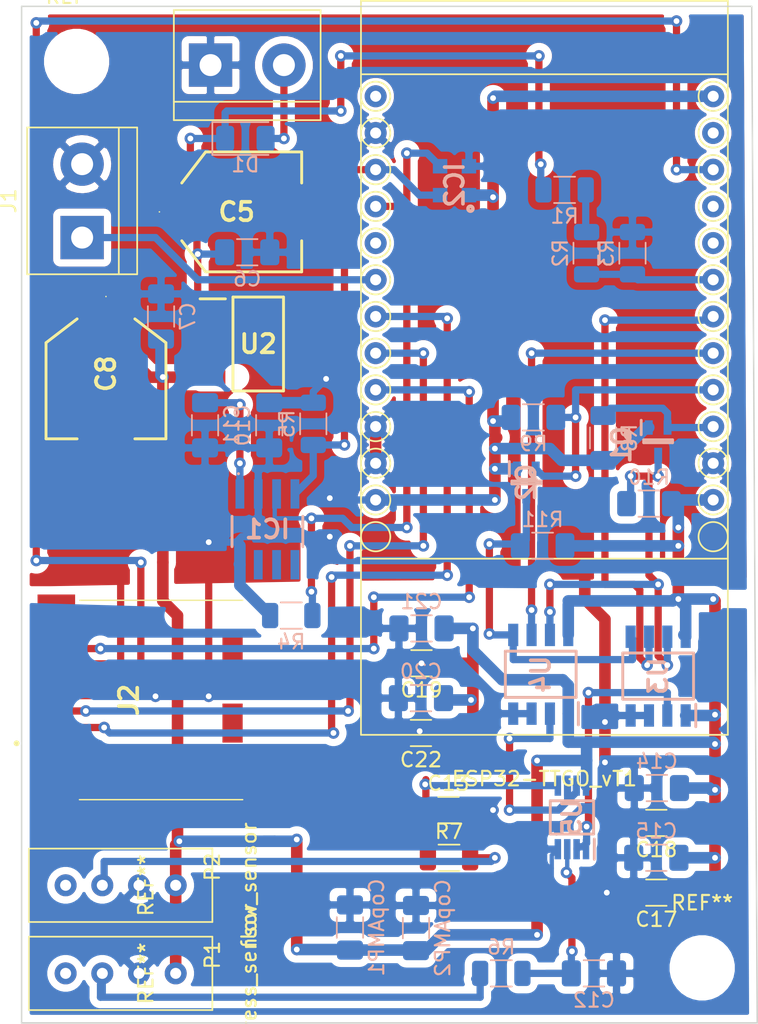
<source format=kicad_pcb>
(kicad_pcb (version 20171130) (host pcbnew "(5.1.12)-1")
  (layers (0 F.Cu signal) (31 B.Cu signal) (34 B.Paste user hide) (35 F.Paste user hide) (36 B.SilkS user hide) (37 F.SilkS user hide) (38 B.Mask user hide) (39 F.Mask user hide) (44 Edge.Cuts user))
  (net 0 "")
  (net 1 GND)
  (net 2 "Net-(C5-Pad1)")
  (net 3 5V)
  (net 4 "Net-(C11-Pad2)")
  (net 5 "Net-(C12-Pad1)")
  (net 6 "Net-(C13-Pad1)")
  (net 7 "Net-(IC1-Pad7)")
  (net 8 "Net-(IC1-Pad6)")
  (net 9 "Net-(IC1-Pad5)")
  (net 10 I2C_SENS_D)
  (net 11 I2C_SENS_CLK)
  (net 12 PWM_MOTOR_OUT)
  (net 13 "Net-(R1-Pad2)")
  (net 14 BATTERY_LVL)
  (net 15 SPI_SENS_CLK)
  (net 16 SPI_SENS_CS)
  (net 17 3.3V)
  (net 18 SPI_ESP32_CS)
  (net 19 SPI_ESP32_CLK)
  (net 20 SPI_SENS_D2)
  (net 21 "Net-(U3-Pad2)")
  (net 22 SPI_SENS_D1)
  (net 23 "Net-(U4-Pad2)")
  (net 24 "Net-(ESP32-TTGO_vT1-Pad17)")
  (net 25 "Net-(ESP32-TTGO_vT1-Pad36)")
  (net 26 "Net-(ESP32-TTGO_vT1-Pad38)")
  (net 27 "Net-(ESP32-TTGO_vT1-Pad39)")
  (net 28 "Net-(P1-Pad2)")
  (net 29 "Net-(P1-Pad1)")
  (net 30 "Net-(P2-Pad2)")
  (net 31 "Net-(P2-Pad1)")
  (net 32 "Net-(D1-Pad2)")
  (net 33 SD_CS)
  (net 34 SD_MOSI)
  (net 35 SD_MISO)
  (net 36 SD_CLK)
  (net 37 "Net-(J2-PadMP5)")
  (net 38 "Net-(J2-PadMP4)")
  (net 39 "Net-(J2-PadMP3)")
  (net 40 "Net-(J2-PadMP2)")
  (net 41 "Net-(J2-PadMP1)")
  (net 42 "Net-(J2-Pad8)")
  (net 43 "Net-(J2-Pad1)")
  (module SamacSys_Parts:DM3CSSF (layer F.Cu) (at 141.859 89.281 270)
    (fp_text reference J2 (at 0 0.825 90) (layer F.SilkS) (effects (font (size 1.27 1.27) (thickness 0.254))))
    (fp_text value DM3CS-SF hide)
    (pad MP5 smd rect (at 4.65 -6.45) (size 1.2 1.2) (layers F.Cu F.Paste F.Mask) (net 37 "Net-(J2-PadMP5)"))
    (pad MP4 smd rect (at 1.6 -6.35) (size 1.4 2.7) (layers F.Cu F.Paste F.Mask) (net 38 "Net-(J2-PadMP4)"))
    (pad MP3 smd rect (at -3.3 -6.35) (size 1.4 2.7) (layers F.Cu F.Paste F.Mask) (net 39 "Net-(J2-PadMP3)"))
    (pad MP2 smd rect (at 6.55 5.85 270) (size 1.5 2.6) (layers F.Cu F.Paste F.Mask) (net 40 "Net-(J2-PadMP2)"))
    (pad MP1 smd rect (at -6.8 5.85 270) (size 1 2.6) (layers F.Cu F.Paste F.Mask) (net 41 "Net-(J2-PadMP1)"))
    (pad 8 smd rect (at -4.7 6.35 270) (size 0.7 2) (layers F.Cu F.Paste F.Mask) (net 42 "Net-(J2-Pad8)"))
    (pad 7 smd rect (at -3.6 6.35 270) (size 0.7 2) (layers F.Cu F.Paste F.Mask) (net 35 SD_MISO))
    (pad 6 smd rect (at -2.5 6.35 270) (size 0.7 2) (layers F.Cu F.Paste F.Mask) (net 1 GND))
    (pad 5 smd rect (at -1.4 6.35 270) (size 0.7 2) (layers F.Cu F.Paste F.Mask) (net 36 SD_CLK))
    (pad 4 smd rect (at -0.3 6.35 270) (size 0.7 2) (layers F.Cu F.Paste F.Mask) (net 17 3.3V))
    (pad 3 smd rect (at 0.8 6.35 270) (size 0.7 2) (layers F.Cu F.Paste F.Mask) (net 34 SD_MOSI))
    (pad 2 smd rect (at 1.9 6.35 270) (size 0.7 2) (layers F.Cu F.Paste F.Mask) (net 33 SD_CS))
    (pad 1 smd rect (at 3 6.35 270) (size 0.7 2) (layers F.Cu F.Paste F.Mask) (net 43 "Net-(J2-Pad1)"))
  )
  (module SamacSys_Parts:SOT230P700X180-4N (layer F.Cu) (at 149.987 64.643)
    (fp_text reference U2 (at 0 0) (layer F.SilkS) (effects (font (size 1.27 1.27) (thickness 0.254))))
    (fp_text value LM7805_TO220 hide)
    (pad 4 smd rect (at 3.15 0) (size 1.75 3.2) (layers F.Cu F.Paste F.Mask))
    (pad 3 smd rect (at -3.15 2.3 90) (size 0.95 1.75) (layers F.Cu F.Paste F.Mask) (net 3 5V))
    (pad 2 smd rect (at -3.15 0 90) (size 0.95 1.75) (layers F.Cu F.Paste F.Mask) (net 1 GND))
    (pad 1 smd rect (at -3.15 -2.3 90) (size 0.95 1.75) (layers F.Cu F.Paste F.Mask) (net 2 "Net-(C5-Pad1)"))
  )
  (module SamacSys_Parts:HIH6131021001 (layer B.Cu) (at 150.622 77.47)
    (fp_text reference IC1 (at 0 0) (layer B.SilkS) (effects (font (size 1.27 1.27) (thickness 0.254)) (justify mirror)))
    (fp_text value HIH6131-021-001 hide)
    (pad 8 smd rect (at -1.905 2.45) (size 0.61 2.03) (layers B.Cu B.Paste B.Mask) (net 17 3.3V))
    (pad 7 smd rect (at -0.635 2.45) (size 0.61 2.03) (layers B.Cu B.Paste B.Mask) (net 7 "Net-(IC1-Pad7)"))
    (pad 6 smd rect (at 0.635 2.45) (size 0.61 2.03) (layers B.Cu B.Paste B.Mask) (net 8 "Net-(IC1-Pad6)"))
    (pad 5 smd rect (at 1.905 2.45) (size 0.61 2.03) (layers B.Cu B.Paste B.Mask) (net 9 "Net-(IC1-Pad5)"))
    (pad 4 smd rect (at 1.905 -2.45) (size 0.61 2.03) (layers B.Cu B.Paste B.Mask) (net 10 I2C_SENS_D))
    (pad 3 smd rect (at 0.635 -2.45) (size 0.61 2.03) (layers B.Cu B.Paste B.Mask) (net 11 I2C_SENS_CLK))
    (pad 2 smd rect (at -0.635 -2.45) (size 0.61 2.03) (layers B.Cu B.Paste B.Mask) (net 1 GND))
    (pad 1 smd rect (at -1.905 -2.45) (size 0.61 2.03) (layers B.Cu B.Paste B.Mask) (net 4 "Net-(C11-Pad2)"))
  )
  (module SamacSys_Parts:MS5637_1 (layer B.Cu) (at 163.576 53.34 90)
    (fp_text reference IC2 (at -0.29737 0.00763 90) (layer B.SilkS) (effects (font (size 1.27 1.27) (thickness 0.254)) (justify mirror)))
    (fp_text value MS563702BA03-50 hide)
    (pad 4 smd rect (at 1 1) (size 1 1) (layers B.Cu B.Paste B.Mask) (net 1 GND))
    (pad 3 smd rect (at 1 -1) (size 1 1) (layers B.Cu B.Paste B.Mask) (net 11 I2C_SENS_CLK))
    (pad 2 smd rect (at -1 -1) (size 1 1) (layers B.Cu B.Paste B.Mask) (net 10 I2C_SENS_D))
    (pad 1 smd rect (at -1 1) (size 1 1) (layers B.Cu B.Paste B.Mask) (net 17 3.3V))
  )
  (module TTGO-ESP32-KICAD:ESP32-TTGO_vT (layer F.Cu) (at 169.799 94.234)
    (fp_text reference ESP32-TTGO_vT1 (at 0 0.5) (layer F.SilkS))
    (fp_text value TTGO-ESP32)
    (pad 25 thru_hole circle (at 11.684 -28.956) (size 1.524 1.524) (drill 0.762) (layers *.Cu *.Mask) (net 22 SPI_SENS_D1))
    (pad 43 thru_hole circle (at -11.684 -46.736) (size 1.524 1.524) (drill 0.762) (layers *.Cu *.Mask))
    (pad 0 thru_hole circle (at -11.684 -44.196) (size 1.524 1.524) (drill 0.762) (layers *.Cu *.Mask) (net 1 GND))
    (pad 21 thru_hole circle (at -11.684 -41.656) (size 1.524 1.524) (drill 0.762) (layers *.Cu *.Mask) (net 10 I2C_SENS_D))
    (pad 22 thru_hole circle (at -11.684 -39.116) (size 1.524 1.524) (drill 0.762) (layers *.Cu *.Mask) (net 11 I2C_SENS_CLK))
    (pad 17 thru_hole circle (at -11.684 -36.576) (size 1.524 1.524) (drill 0.762) (layers *.Cu *.Mask) (net 24 "Net-(ESP32-TTGO_vT1-Pad17)"))
    (pad 2 thru_hole circle (at -11.684 -34.036) (size 1.524 1.524) (drill 0.762) (layers *.Cu *.Mask) (net 12 PWM_MOTOR_OUT))
    (pad 15 thru_hole circle (at -11.684 -31.496) (size 1.524 1.524) (drill 0.762) (layers *.Cu *.Mask) (net 33 SD_CS))
    (pad 13 thru_hole circle (at -11.684 -28.956) (size 1.524 1.524) (drill 0.762) (layers *.Cu *.Mask) (net 34 SD_MOSI))
    (pad 12 thru_hole circle (at -11.684 -26.416) (size 1.524 1.524) (drill 0.762) (layers *.Cu *.Mask) (net 35 SD_MISO))
    (pad 0 thru_hole circle (at -11.684 -23.876) (size 1.524 1.524) (drill 0.762) (layers *.Cu *.Mask) (net 1 GND))
    (pad 0 thru_hole circle (at -11.684 -21.336) (size 1.524 1.524) (drill 0.762) (layers *.Cu *.Mask) (net 1 GND))
    (pad 50 thru_hole circle (at -11.684 -18.796) (size 1.524 1.524) (drill 0.762) (layers *.Cu *.Mask) (net 17 3.3V))
    (pad 50 thru_hole circle (at 11.684 -46.736) (size 1.524 1.524) (drill 0.762) (layers *.Cu *.Mask) (net 17 3.3V))
    (pad 36 thru_hole circle (at 11.684 -44.196) (size 1.524 1.524) (drill 0.762) (layers *.Cu *.Mask) (net 25 "Net-(ESP32-TTGO_vT1-Pad36)"))
    (pad 37 thru_hole circle (at 11.684 -41.656) (size 1.524 1.524) (drill 0.762) (layers *.Cu *.Mask) (net 36 SD_CLK))
    (pad 38 thru_hole circle (at 11.684 -39.116) (size 1.524 1.524) (drill 0.762) (layers *.Cu *.Mask) (net 26 "Net-(ESP32-TTGO_vT1-Pad38)"))
    (pad 39 thru_hole circle (at 11.684 -36.576) (size 1.524 1.524) (drill 0.762) (layers *.Cu *.Mask) (net 27 "Net-(ESP32-TTGO_vT1-Pad39)"))
    (pad 32 thru_hole circle (at 11.684 -34.036) (size 1.524 1.524) (drill 0.762) (layers *.Cu *.Mask) (net 14 BATTERY_LVL))
    (pad 33 thru_hole circle (at 11.684 -31.496) (size 1.524 1.524) (drill 0.762) (layers *.Cu *.Mask) (net 20 SPI_SENS_D2))
    (pad 26 thru_hole circle (at 11.684 -26.416) (size 1.524 1.524) (drill 0.762) (layers *.Cu *.Mask) (net 18 SPI_ESP32_CS))
    (pad 27 thru_hole circle (at 11.684 -23.876) (size 1.524 1.524) (drill 0.762) (layers *.Cu *.Mask) (net 19 SPI_ESP32_CLK))
    (pad 0 thru_hole circle (at 11.684 -21.336) (size 1.524 1.524) (drill 0.762) (layers *.Cu *.Mask) (net 1 GND))
    (pad 100 thru_hole circle (at 11.684 -18.796) (size 1.524 1.524) (drill 0.762) (layers *.Cu *.Mask) (net 3 5V))
  )
  (module MountingHole:MountingHole_3.5mm (layer F.Cu) (at 137.414 45.085)
    (fp_text reference REF** (at 0 -4.5) (layer F.SilkS))
    (fp_text value MountingHole_3.5mm)
    (pad 1 np_thru_hole circle (at 0 0) (size 3.5 3.5) (drill 3.5) (layers *.Cu *.Mask))
  )
  (module MountingHole:MountingHole_3.5mm (layer F.Cu) (at 180.721 107.823)
    (fp_text reference REF** (at 0 -4.5) (layer F.SilkS))
    (fp_text value MountingHole_3.5mm)
    (pad 1 np_thru_hole circle (at 0 0) (size 3.5 3.5) (drill 3.5) (layers *.Cu *.Mask))
  )
  (module SamacSys_Parts:SOP65P490X110-8N (layer B.Cu) (at 171.704 97.409 90)
    (fp_text reference U5 (at 0 0 270) (layer B.SilkS) (effects (font (size 1.27 1.27) (thickness 0.254)) (justify mirror)))
    (fp_text value MCP602 hide)
    (pad 8 smd rect (at 2.2 0.975) (size 0.45 1.4) (layers B.Cu B.Paste B.Mask) (net 3 5V))
    (pad 7 smd rect (at 2.2 0.325) (size 0.45 1.4) (layers B.Cu B.Paste B.Mask) (net 23 "Net-(U4-Pad2)"))
    (pad 6 smd rect (at 2.2 -0.325) (size 0.45 1.4) (layers B.Cu B.Paste B.Mask) (net 23 "Net-(U4-Pad2)"))
    (pad 5 smd rect (at 2.2 -0.975) (size 0.45 1.4) (layers B.Cu B.Paste B.Mask) (net 6 "Net-(C13-Pad1)"))
    (pad 4 smd rect (at -2.2 -0.975) (size 0.45 1.4) (layers B.Cu B.Paste B.Mask) (net 1 GND))
    (pad 3 smd rect (at -2.2 -0.325) (size 0.45 1.4) (layers B.Cu B.Paste B.Mask) (net 5 "Net-(C12-Pad1)"))
    (pad 2 smd rect (at -2.2 0.325) (size 0.45 1.4) (layers B.Cu B.Paste B.Mask) (net 21 "Net-(U3-Pad2)"))
    (pad 1 smd rect (at -2.2 0.975) (size 0.45 1.4) (layers B.Cu B.Paste B.Mask) (net 21 "Net-(U3-Pad2)"))
  )
  (module SamacSys_Parts:SOIC127P600X175-8N (layer B.Cu) (at 169.545 87.503 90)
    (fp_text reference U4 (at 0 0 90) (layer B.SilkS) (effects (font (size 1.27 1.27) (thickness 0.254)) (justify mirror)))
    (fp_text value MCP3201 hide)
    (pad 8 smd rect (at 2.725 1.905) (size 0.7 1.55) (layers B.Cu B.Paste B.Mask) (net 3 5V))
    (pad 7 smd rect (at 2.725 0.635) (size 0.7 1.55) (layers B.Cu B.Paste B.Mask) (net 15 SPI_SENS_CLK))
    (pad 6 smd rect (at 2.725 -0.635) (size 0.7 1.55) (layers B.Cu B.Paste B.Mask) (net 22 SPI_SENS_D1))
    (pad 5 smd rect (at 2.725 -1.905) (size 0.7 1.55) (layers B.Cu B.Paste B.Mask) (net 16 SPI_SENS_CS))
    (pad 4 smd rect (at -2.725 -1.905) (size 0.7 1.55) (layers B.Cu B.Paste B.Mask) (net 1 GND))
    (pad 3 smd rect (at -2.725 -0.635) (size 0.7 1.55) (layers B.Cu B.Paste B.Mask) (net 1 GND))
    (pad 2 smd rect (at -2.725 0.635) (size 0.7 1.55) (layers B.Cu B.Paste B.Mask) (net 23 "Net-(U4-Pad2)"))
    (pad 1 smd rect (at -2.725 1.905) (size 0.7 1.55) (layers B.Cu B.Paste B.Mask) (net 3 5V))
  )
  (module SamacSys_Parts:SOIC127P600X175-8N (layer B.Cu) (at 177.673 87.63 90)
    (fp_text reference U3 (at 0 0 270) (layer B.SilkS) (effects (font (size 1.27 1.27) (thickness 0.254)) (justify mirror)))
    (fp_text value MCP3201 hide)
    (pad 8 smd rect (at 2.725 1.905) (size 0.7 1.55) (layers B.Cu B.Paste B.Mask) (net 3 5V))
    (pad 7 smd rect (at 2.725 0.635) (size 0.7 1.55) (layers B.Cu B.Paste B.Mask) (net 15 SPI_SENS_CLK))
    (pad 6 smd rect (at 2.725 -0.635) (size 0.7 1.55) (layers B.Cu B.Paste B.Mask) (net 20 SPI_SENS_D2))
    (pad 5 smd rect (at 2.725 -1.905) (size 0.7 1.55) (layers B.Cu B.Paste B.Mask) (net 16 SPI_SENS_CS))
    (pad 4 smd rect (at -2.725 -1.905) (size 0.7 1.55) (layers B.Cu B.Paste B.Mask) (net 1 GND))
    (pad 3 smd rect (at -2.725 -0.635) (size 0.7 1.55) (layers B.Cu B.Paste B.Mask) (net 1 GND))
    (pad 2 smd rect (at -2.725 0.635) (size 0.7 1.55) (layers B.Cu B.Paste B.Mask) (net 21 "Net-(U3-Pad2)"))
    (pad 1 smd rect (at -2.725 1.905) (size 0.7 1.55) (layers B.Cu B.Paste B.Mask) (net 3 5V))
  )
  (module Resistor_SMD:R_1206_3216Metric_Pad1.30x1.75mm_HandSolder (layer B.Cu) (at 169.672 78.613 180)
    (fp_text reference R11 (at 0 1.82 180) (layer B.SilkS) (effects (justify mirror)))
    (fp_text value R)
    (pad 2 smd roundrect (at 1.55 0 180) (size 1.3 1.75) (layers B.Cu B.Paste B.Mask) (roundrect_rratio 0.1923069230769231) (net 16 SPI_SENS_CS))
    (pad 1 smd roundrect (at -1.55 0 180) (size 1.3 1.75) (layers B.Cu B.Paste B.Mask) (roundrect_rratio 0.1923069230769231) (net 3 5V))
  )
  (module Resistor_SMD:R_1206_3216Metric_Pad1.30x1.75mm_HandSolder (layer B.Cu) (at 177.038 75.692 180)
    (fp_text reference R10 (at 0 1.82 180) (layer B.SilkS) (effects (justify mirror)))
    (fp_text value R)
    (pad 2 smd roundrect (at 1.55 0 180) (size 1.3 1.75) (layers B.Cu B.Paste B.Mask) (roundrect_rratio 0.1923069230769231) (net 15 SPI_SENS_CLK))
    (pad 1 smd roundrect (at -1.55 0 180) (size 1.3 1.75) (layers B.Cu B.Paste B.Mask) (roundrect_rratio 0.1923069230769231) (net 3 5V))
  )
  (module Resistor_SMD:R_1206_3216Metric_Pad1.30x1.75mm_HandSolder (layer B.Cu) (at 169.037 69.723)
    (fp_text reference R9 (at 0 1.82) (layer B.SilkS) (effects (justify mirror)))
    (fp_text value R)
    (pad 2 smd roundrect (at 1.55 0) (size 1.3 1.75) (layers B.Cu B.Paste B.Mask) (roundrect_rratio 0.1923069230769231) (net 18 SPI_ESP32_CS))
    (pad 1 smd roundrect (at -1.55 0) (size 1.3 1.75) (layers B.Cu B.Paste B.Mask) (roundrect_rratio 0.1923069230769231) (net 17 3.3V))
  )
  (module Resistor_SMD:R_1206_3216Metric_Pad1.30x1.75mm_HandSolder (layer B.Cu) (at 173.863 71.146 90)
    (fp_text reference R8 (at 0 1.82 270) (layer B.SilkS) (effects (justify mirror)))
    (fp_text value R)
    (pad 2 smd roundrect (at 1.55 0 90) (size 1.3 1.75) (layers B.Cu B.Paste B.Mask) (roundrect_rratio 0.1923069230769231) (net 19 SPI_ESP32_CLK))
    (pad 1 smd roundrect (at -1.55 0 90) (size 1.3 1.75) (layers B.Cu B.Paste B.Mask) (roundrect_rratio 0.1923069230769231) (net 17 3.3V))
  )
  (module Resistor_SMD:R_1206_3216Metric (layer F.Cu) (at 163.195 100.203)
    (fp_text reference R7 (at 0 -1.82) (layer F.SilkS))
    (fp_text value 7.68k)
    (pad 2 smd roundrect (at 1.4625 0) (size 1.125 1.75) (layers F.Cu F.Paste F.Mask) (roundrect_rratio 0.2222204444444444) (net 30 "Net-(P2-Pad2)"))
    (pad 1 smd roundrect (at -1.4625 0) (size 1.125 1.75) (layers F.Cu F.Paste F.Mask) (roundrect_rratio 0.2222204444444444) (net 6 "Net-(C13-Pad1)"))
  )
  (module Resistor_SMD:R_1206_3216Metric (layer B.Cu) (at 166.8125 108.204 180)
    (fp_text reference R6 (at 0 1.82) (layer B.SilkS) (effects (justify mirror)))
    (fp_text value 7.68K)
    (pad 2 smd roundrect (at 1.4625 0 180) (size 1.125 1.75) (layers B.Cu B.Paste B.Mask) (roundrect_rratio 0.2222204444444444) (net 28 "Net-(P1-Pad2)"))
    (pad 1 smd roundrect (at -1.4625 0 180) (size 1.125 1.75) (layers B.Cu B.Paste B.Mask) (roundrect_rratio 0.2222204444444444) (net 5 "Net-(C12-Pad1)"))
  )
  (module Resistor_SMD:R_1206_3216Metric (layer B.Cu) (at 153.797 70.1695 270)
    (fp_text reference R5 (at 0 1.82 90) (layer B.SilkS) (effects (justify mirror)))
    (fp_text value 22K)
    (pad 2 smd roundrect (at 1.4625 0 270) (size 1.125 1.75) (layers B.Cu B.Paste B.Mask) (roundrect_rratio 0.2222204444444444) (net 10 I2C_SENS_D))
    (pad 1 smd roundrect (at -1.4625 0 270) (size 1.125 1.75) (layers B.Cu B.Paste B.Mask) (roundrect_rratio 0.2222204444444444) (net 17 3.3V))
  )
  (module Resistor_SMD:R_1206_3216Metric (layer B.Cu) (at 152.273 83.439)
    (fp_text reference R4 (at 0 1.82) (layer B.SilkS) (effects (justify mirror)))
    (fp_text value 22K)
    (pad 2 smd roundrect (at 1.4625 0) (size 1.125 1.75) (layers B.Cu B.Paste B.Mask) (roundrect_rratio 0.2222204444444444) (net 11 I2C_SENS_CLK))
    (pad 1 smd roundrect (at -1.4625 0) (size 1.125 1.75) (layers B.Cu B.Paste B.Mask) (roundrect_rratio 0.2222204444444444) (net 17 3.3V))
  )
  (module Resistor_SMD:R_1206_3216Metric (layer B.Cu) (at 175.895 58.3585 270)
    (fp_text reference R3 (at 0 1.82 270) (layer B.SilkS) (effects (justify mirror)))
    (fp_text value 470K)
    (pad 2 smd roundrect (at 1.4625 0 270) (size 1.125 1.75) (layers B.Cu B.Paste B.Mask) (roundrect_rratio 0.2222204444444444) (net 14 BATTERY_LVL))
    (pad 1 smd roundrect (at -1.4625 0 270) (size 1.125 1.75) (layers B.Cu B.Paste B.Mask) (roundrect_rratio 0.2222204444444444) (net 1 GND))
  )
  (module Resistor_SMD:R_1206_3216Metric (layer B.Cu) (at 172.72 58.3585 270)
    (fp_text reference R2 (at 0 1.82 270) (layer B.SilkS) (effects (justify mirror)))
    (fp_text value 470K)
    (pad 2 smd roundrect (at 1.4625 0 270) (size 1.125 1.75) (layers B.Cu B.Paste B.Mask) (roundrect_rratio 0.2222204444444444) (net 14 BATTERY_LVL))
    (pad 1 smd roundrect (at -1.4625 0 270) (size 1.125 1.75) (layers B.Cu B.Paste B.Mask) (roundrect_rratio 0.2222204444444444) (net 13 "Net-(R1-Pad2)"))
  )
  (module Resistor_SMD:R_1206_3216Metric (layer B.Cu) (at 171.196 53.975)
    (fp_text reference R1 (at 0 1.82) (layer B.SilkS) (effects (justify mirror)))
    (fp_text value 470K)
    (pad 2 smd roundrect (at 1.4625 0) (size 1.125 1.75) (layers B.Cu B.Paste B.Mask) (roundrect_rratio 0.2222204444444444) (net 13 "Net-(R1-Pad2)"))
    (pad 1 smd roundrect (at -1.4625 0) (size 1.125 1.75) (layers B.Cu B.Paste B.Mask) (roundrect_rratio 0.2222204444444444) (net 2 "Net-(C5-Pad1)"))
  )
  (module SamacSys_Parts:SOT65P210X110-3N (layer B.Cu) (at 168.544 74.229 270)
    (fp_text reference Q2 (at 0 0 90) (layer B.SilkS) (effects (font (size 1.27 1.27) (thickness 0.254)) (justify mirror)))
    (fp_text value BSS138PW hide)
    (pad 3 smd rect (at 0.95 0 180) (size 0.55 1) (layers B.Cu B.Paste B.Mask) (net 16 SPI_SENS_CS))
    (pad 2 smd rect (at -0.95 -0.65 180) (size 0.55 1) (layers B.Cu B.Paste B.Mask) (net 18 SPI_ESP32_CS))
    (pad 1 smd rect (at -0.95 0.65 180) (size 0.55 1) (layers B.Cu B.Paste B.Mask) (net 17 3.3V))
  )
  (module SamacSys_Parts:SOT65P210X110-3N (layer B.Cu) (at 177.673 71.374 270)
    (fp_text reference Q1 (at 0.254 2.54 270) (layer B.SilkS) (effects (font (size 1.27 1.27) (thickness 0.254)) (justify mirror)))
    (fp_text value BSS138PW hide)
    (pad 3 smd rect (at 0.95 0 180) (size 0.55 1) (layers B.Cu B.Paste B.Mask) (net 15 SPI_SENS_CLK))
    (pad 2 smd rect (at -0.95 -0.65 180) (size 0.55 1) (layers B.Cu B.Paste B.Mask) (net 19 SPI_ESP32_CLK))
    (pad 1 smd rect (at -0.95 0.65 180) (size 0.55 1) (layers B.Cu B.Paste B.Mask) (net 17 3.3V))
  )
  (module TTGO-ESP32-KICAD:ELVR-L01D-pressure_sensor (layer F.Cu) (at 146.812 102.108 90)
    (fp_text reference P2 (at 1.27 0 90) (layer F.SilkS))
    (fp_text value flow_sensor (at 0 2.54 90) (layer F.SilkS))
    (fp_text user REF** (at 0 -4.6 90) (layer F.SilkS))
    (pad 4 thru_hole circle (at 0 -2.54 90) (size 1.524 1.524) (drill 0.762) (layers *.Cu *.Mask) (net 3 5V))
    (pad 2 thru_hole circle (at 0 -7.62 90) (size 1.524 1.524) (drill 0.762) (layers *.Cu *.Mask) (net 30 "Net-(P2-Pad2)"))
    (pad 3 thru_hole circle (at 0 -5.08 90) (size 1.524 1.524) (drill 0.762) (layers *.Cu *.Mask) (net 1 GND))
    (pad 1 thru_hole circle (at 0 -10.16 90) (size 1.524 1.524) (drill 0.762) (layers *.Cu *.Mask) (net 31 "Net-(P2-Pad1)"))
  )
  (module TTGO-ESP32-KICAD:ELVR-L01D-pressure_sensor (layer F.Cu) (at 146.812 108.204 90)
    (fp_text reference P1 (at 1.27 0 90) (layer F.SilkS))
    (fp_text value press_sensor (at 0 2.54 90) (layer F.SilkS))
    (fp_text user REF** (at 0 -4.6 90) (layer F.SilkS))
    (pad 4 thru_hole circle (at 0 -2.54 90) (size 1.524 1.524) (drill 0.762) (layers *.Cu *.Mask) (net 3 5V))
    (pad 2 thru_hole circle (at 0 -7.62 90) (size 1.524 1.524) (drill 0.762) (layers *.Cu *.Mask) (net 28 "Net-(P1-Pad2)"))
    (pad 3 thru_hole circle (at 0 -5.08 90) (size 1.524 1.524) (drill 0.762) (layers *.Cu *.Mask) (net 1 GND))
    (pad 1 thru_hole circle (at 0 -10.16 90) (size 1.524 1.524) (drill 0.762) (layers *.Cu *.Mask) (net 29 "Net-(P1-Pad1)"))
  )
  (module TerminalBlock:TerminalBlock_bornier-2_P5.08mm (layer F.Cu) (at 146.685 45.339)
    (fp_text reference J5 (at 2.54 -5.08) (layer F.SilkS))
    (fp_text value Screw_Terminal_01x02)
    (pad 2 thru_hole circle (at 5.08 0) (size 3 3) (drill 1.52) (layers *.Cu *.Mask) (net 32 "Net-(D1-Pad2)"))
    (pad 1 thru_hole rect (at 0 0) (size 3 3) (drill 1.52) (layers *.Cu *.Mask) (net 1 GND))
  )
  (module TerminalBlock:TerminalBlock_bornier-2_P5.08mm (layer F.Cu) (at 137.795 57.277 90)
    (fp_text reference J1 (at 2.54 -5.08 90) (layer F.SilkS))
    (fp_text value Screw_Terminal_01x02)
    (pad 2 thru_hole circle (at 5.08 0 90) (size 3 3) (drill 1.52) (layers *.Cu *.Mask) (net 1 GND))
    (pad 1 thru_hole rect (at 0 0 90) (size 3 3) (drill 1.52) (layers *.Cu *.Mask) (net 12 PWM_MOTOR_OUT))
  )
  (module Diode_SMD:D_1206_3216Metric (layer B.Cu) (at 149.095 50.419)
    (fp_text reference D1 (at 0 1.82) (layer B.SilkS) (effects (justify mirror)))
    (fp_text value D)
    (pad 2 smd roundrect (at 1.4 0) (size 1.25 1.75) (layers B.Cu B.Paste B.Mask) (roundrect_rratio 0.2) (net 32 "Net-(D1-Pad2)"))
    (pad 1 smd roundrect (at -1.4 0) (size 1.25 1.75) (layers B.Cu B.Paste B.Mask) (roundrect_rratio 0.2) (net 2 "Net-(C5-Pad1)"))
  )
  (module Capacitor_SMD:C_1206_3216Metric_Pad1.33x1.80mm_HandSolder (layer B.Cu) (at 160.909 105.0675 90)
    (fp_text reference CopAMP2 (at 0 1.85 270) (layer B.SilkS) (effects (justify mirror)))
    (fp_text value 1nF)
    (pad 2 smd roundrect (at 1.5625 0 90) (size 1.325 1.8) (layers B.Cu B.Paste B.Mask) (roundrect_rratio 0.1886777358490566) (net 1 GND))
    (pad 1 smd roundrect (at -1.5625 0 90) (size 1.325 1.8) (layers B.Cu B.Paste B.Mask) (roundrect_rratio 0.1886777358490566) (net 3 5V))
  )
  (module Capacitor_SMD:C_1206_3216Metric_Pad1.33x1.80mm_HandSolder (layer B.Cu) (at 156.337 105.029 90)
    (fp_text reference CopAMP1 (at 0 1.85 270) (layer B.SilkS) (effects (justify mirror)))
    (fp_text value 100nF)
    (pad 2 smd roundrect (at 1.5625 0 90) (size 1.325 1.8) (layers B.Cu B.Paste B.Mask) (roundrect_rratio 0.1886777358490566) (net 1 GND))
    (pad 1 smd roundrect (at -1.5625 0 90) (size 1.325 1.8) (layers B.Cu B.Paste B.Mask) (roundrect_rratio 0.1886777358490566) (net 3 5V))
  )
  (module Capacitor_SMD:C_1206_3216Metric_Pad1.33x1.80mm_HandSolder (layer F.Cu) (at 161.2515 91.567 180)
    (fp_text reference C22 (at 0 -1.85) (layer F.SilkS))
    (fp_text value 1nF)
    (pad 2 smd roundrect (at 1.5625 0 180) (size 1.325 1.8) (layers F.Cu F.Paste F.Mask) (roundrect_rratio 0.1886777358490566) (net 1 GND))
    (pad 1 smd roundrect (at -1.5625 0 180) (size 1.325 1.8) (layers F.Cu F.Paste F.Mask) (roundrect_rratio 0.1886777358490566) (net 3 5V))
  )
  (module Capacitor_SMD:C_1206_3216Metric_Pad1.33x1.80mm_HandSolder (layer B.Cu) (at 161.29 84.328 180)
    (fp_text reference C21 (at 0 1.85) (layer B.SilkS) (effects (justify mirror)))
    (fp_text value 100nF)
    (pad 2 smd roundrect (at 1.5625 0 180) (size 1.325 1.8) (layers B.Cu B.Paste B.Mask) (roundrect_rratio 0.1886777358490566) (net 1 GND))
    (pad 1 smd roundrect (at -1.5625 0 180) (size 1.325 1.8) (layers B.Cu B.Paste B.Mask) (roundrect_rratio 0.1886777358490566) (net 3 5V))
  )
  (module Capacitor_SMD:C_1206_3216Metric_Pad1.33x1.80mm_HandSolder (layer B.Cu) (at 161.2515 89.154 180)
    (fp_text reference C20 (at 0 1.85) (layer B.SilkS) (effects (justify mirror)))
    (fp_text value 1nF)
    (pad 2 smd roundrect (at 1.5625 0 180) (size 1.325 1.8) (layers B.Cu B.Paste B.Mask) (roundrect_rratio 0.1886777358490566) (net 1 GND))
    (pad 1 smd roundrect (at -1.5625 0 180) (size 1.325 1.8) (layers B.Cu B.Paste B.Mask) (roundrect_rratio 0.1886777358490566) (net 3 5V))
  )
  (module Capacitor_SMD:C_1206_3216Metric_Pad1.33x1.80mm_HandSolder (layer F.Cu) (at 161.29 86.741 180)
    (fp_text reference C19 (at 0 -1.85) (layer F.SilkS))
    (fp_text value 100nF)
    (pad 2 smd roundrect (at 1.5625 0 180) (size 1.325 1.8) (layers F.Cu F.Paste F.Mask) (roundrect_rratio 0.1886777358490566) (net 1 GND))
    (pad 1 smd roundrect (at -1.5625 0 180) (size 1.325 1.8) (layers F.Cu F.Paste F.Mask) (roundrect_rratio 0.1886777358490566) (net 3 5V))
  )
  (module Capacitor_SMD:C_1206_3216Metric_Pad1.33x1.80mm_HandSolder (layer F.Cu) (at 177.546 97.79 180)
    (fp_text reference C18 (at 0 -1.85) (layer F.SilkS))
    (fp_text value 100nF)
    (pad 2 smd roundrect (at 1.5625 0 180) (size 1.325 1.8) (layers F.Cu F.Paste F.Mask) (roundrect_rratio 0.1886777358490566) (net 1 GND))
    (pad 1 smd roundrect (at -1.5625 0 180) (size 1.325 1.8) (layers F.Cu F.Paste F.Mask) (roundrect_rratio 0.1886777358490566) (net 3 5V))
  )
  (module Capacitor_SMD:C_1206_3216Metric_Pad1.33x1.80mm_HandSolder (layer F.Cu) (at 177.546 102.616 180)
    (fp_text reference C17 (at 0 -1.85) (layer F.SilkS))
    (fp_text value 1nF)
    (pad 2 smd roundrect (at 1.5625 0 180) (size 1.325 1.8) (layers F.Cu F.Paste F.Mask) (roundrect_rratio 0.1886777358490566) (net 1 GND))
    (pad 1 smd roundrect (at -1.5625 0 180) (size 1.325 1.8) (layers F.Cu F.Paste F.Mask) (roundrect_rratio 0.1886777358490566) (net 3 5V))
  )
  (module Capacitor_SMD:C_1206_3216Metric_Pad1.33x1.80mm_HandSolder (layer B.Cu) (at 177.546 100.203 180)
    (fp_text reference C15 (at 0 1.85) (layer B.SilkS) (effects (justify mirror)))
    (fp_text value 1nF)
    (pad 2 smd roundrect (at 1.5625 0 180) (size 1.325 1.8) (layers B.Cu B.Paste B.Mask) (roundrect_rratio 0.1886777358490566) (net 1 GND))
    (pad 1 smd roundrect (at -1.5625 0 180) (size 1.325 1.8) (layers B.Cu B.Paste B.Mask) (roundrect_rratio 0.1886777358490566) (net 3 5V))
  )
  (module Capacitor_SMD:C_1206_3216Metric_Pad1.33x1.80mm_HandSolder (layer B.Cu) (at 177.5845 95.377 180)
    (fp_text reference C14 (at 0 1.85) (layer B.SilkS) (effects (justify mirror)))
    (fp_text value 100nF)
    (pad 2 smd roundrect (at 1.5625 0 180) (size 1.325 1.8) (layers B.Cu B.Paste B.Mask) (roundrect_rratio 0.1886777358490566) (net 1 GND))
    (pad 1 smd roundrect (at -1.5625 0 180) (size 1.325 1.8) (layers B.Cu B.Paste B.Mask) (roundrect_rratio 0.1886777358490566) (net 3 5V))
  )
  (module Capacitor_SMD:C_1206_3216Metric_Pad1.33x1.80mm_HandSolder (layer F.Cu) (at 163.1565 96.901)
    (fp_text reference C13 (at 0 -1.85) (layer F.SilkS))
    (fp_text value 220nF)
    (pad 2 smd roundrect (at 1.5625 0) (size 1.325 1.8) (layers F.Cu F.Paste F.Mask) (roundrect_rratio 0.1886777358490566) (net 1 GND))
    (pad 1 smd roundrect (at -1.5625 0) (size 1.325 1.8) (layers F.Cu F.Paste F.Mask) (roundrect_rratio 0.1886777358490566) (net 6 "Net-(C13-Pad1)"))
  )
  (module Capacitor_SMD:C_1206_3216Metric_Pad1.33x1.80mm_HandSolder (layer B.Cu) (at 173.228 108.204)
    (fp_text reference C12 (at 0 1.85) (layer B.SilkS) (effects (justify mirror)))
    (fp_text value 220nF)
    (pad 2 smd roundrect (at 1.5625 0) (size 1.325 1.8) (layers B.Cu B.Paste B.Mask) (roundrect_rratio 0.1886777358490566) (net 1 GND))
    (pad 1 smd roundrect (at -1.5625 0) (size 1.325 1.8) (layers B.Cu B.Paste B.Mask) (roundrect_rratio 0.1886777358490566) (net 5 "Net-(C12-Pad1)"))
  )
  (module Capacitor_SMD:C_1206_3216Metric_Pad1.33x1.80mm_HandSolder (layer B.Cu) (at 146.304 70.2695 90)
    (fp_text reference C11 (at 0 1.85 270) (layer B.SilkS) (effects (justify mirror)))
    (fp_text value 0.22uF)
    (pad 2 smd roundrect (at 1.5625 0 90) (size 1.325 1.8) (layers B.Cu B.Paste B.Mask) (roundrect_rratio 0.1886777358490566) (net 4 "Net-(C11-Pad2)"))
    (pad 1 smd roundrect (at -1.5625 0 90) (size 1.325 1.8) (layers B.Cu B.Paste B.Mask) (roundrect_rratio 0.1886777358490566) (net 1 GND))
  )
  (module Capacitor_SMD:C_1206_3216Metric_Pad1.33x1.80mm_HandSolder (layer B.Cu) (at 150.749 70.2695 270)
    (fp_text reference C10 (at 0 1.85 270) (layer B.SilkS) (effects (justify mirror)))
    (fp_text value 0.22uF)
    (pad 2 smd roundrect (at 1.5625 0 270) (size 1.325 1.8) (layers B.Cu B.Paste B.Mask) (roundrect_rratio 0.1886777358490566) (net 1 GND))
    (pad 1 smd roundrect (at -1.5625 0 270) (size 1.325 1.8) (layers B.Cu B.Paste B.Mask) (roundrect_rratio 0.1886777358490566) (net 17 3.3V))
  )
  (module SamacSys_Parts:EEE1AA221P (layer F.Cu) (at 139.446 67.056 270)
    (fp_text reference C8 (at -0.35 0 90) (layer F.SilkS) (effects (font (size 1.27 1.27) (thickness 0.254))))
    (fp_text value 100uF hide)
    (pad 2 smd rect (at 3.1 0) (size 1.6 4) (layers F.Cu F.Paste F.Mask) (net 1 GND))
    (pad 1 smd rect (at -3.1 0) (size 1.6 4) (layers F.Cu F.Paste F.Mask) (net 3 5V))
  )
  (module Capacitor_SMD:C_1206_3216Metric_Pad1.33x1.80mm_HandSolder (layer B.Cu) (at 143.256 62.738 90)
    (fp_text reference C7 (at 0 1.85 270) (layer B.SilkS) (effects (justify mirror)))
    (fp_text value 100nF)
    (pad 2 smd roundrect (at 1.5625 0 90) (size 1.325 1.8) (layers B.Cu B.Paste B.Mask) (roundrect_rratio 0.1886777358490566) (net 1 GND))
    (pad 1 smd roundrect (at -1.5625 0 90) (size 1.325 1.8) (layers B.Cu B.Paste B.Mask) (roundrect_rratio 0.1886777358490566) (net 3 5V))
  )
  (module Capacitor_SMD:C_1206_3216Metric_Pad1.33x1.80mm_HandSolder (layer B.Cu) (at 149.225 58.293)
    (fp_text reference C6 (at 0 1.85) (layer B.SilkS) (effects (justify mirror)))
    (fp_text value 220nF)
    (pad 2 smd roundrect (at 1.5625 0) (size 1.325 1.8) (layers B.Cu B.Paste B.Mask) (roundrect_rratio 0.1886777358490566) (net 1 GND))
    (pad 1 smd roundrect (at -1.5625 0) (size 1.325 1.8) (layers B.Cu B.Paste B.Mask) (roundrect_rratio 0.1886777358490566) (net 2 "Net-(C5-Pad1)"))
  )
  (module SamacSys_Parts:EEE1AA221P (layer F.Cu) (at 148.844 55.499)
    (fp_text reference C5 (at -0.35 0) (layer F.SilkS) (effects (font (size 1.27 1.27) (thickness 0.254))))
    (fp_text value 220uF hide)
    (pad 2 smd rect (at 3.1 0 90) (size 1.6 4) (layers F.Cu F.Paste F.Mask) (net 1 GND))
    (pad 1 smd rect (at -3.1 0 90) (size 1.6 4) (layers F.Cu F.Paste F.Mask) (net 2 "Net-(C5-Pad1)"))
  )
  (gr_line (start 184.15 41.275) (end 184.531 111.633) (layer Edge.Cuts) (width 0.1))
  (gr_line (start 133.604 41.275) (end 184.15 41.275) (layer Edge.Cuts) (width 0.1))
  (gr_line (start 133.604 111.633) (end 133.604 41.275) (layer Edge.Cuts) (width 0.1))
  (gr_line (start 184.531 111.633) (end 133.604 111.633) (layer Edge.Cuts) (width 0.1))
  (via (at 173.99 90.805) (size 0.8) (drill 0.4) (layers F.Cu B.Cu) (net 1))
  (segment (start 173.99 90.932) (end 173.99 90.805) (width 0.8) (layer B.Cu) (net 1))
  (via (at 173.99 93.599) (size 0.8) (drill 0.4) (layers F.Cu B.Cu) (net 1))
  (segment (start 173.99 90.805) (end 173.99 93.599) (width 0.8) (layer F.Cu) (net 1))
  (via (at 166.243 96.901) (size 0.8) (drill 0.4) (layers F.Cu B.Cu) (net 1))
  (segment (start 164.719 96.901) (end 166.243 96.901) (width 0.5) (layer F.Cu) (net 1))
  (segment (start 175.9835 97.79) (end 174.371 97.79) (width 0.5) (layer F.Cu) (net 1))
  (segment (start 174.371 97.79) (end 174.117 98.044) (width 0.5) (layer F.Cu) (net 1))
  (segment (start 174.117 98.044) (end 174.117 102.616) (width 0.5) (layer F.Cu) (net 1))
  (segment (start 174.117 102.616) (end 175.9835 102.616) (width 0.5) (layer F.Cu) (net 1))
  (via (at 174.117 102.616) (size 0.8) (drill 0.4) (layers F.Cu B.Cu) (net 1))
  (segment (start 158.115 70.358) (end 158.115 72.898) (width 0.8) (layer F.Cu) (net 1))
  (segment (start 170.729 99.609) (end 170.307 100.031) (width 0.3) (layer B.Cu) (net 1))
  (segment (start 170.307 100.031) (end 170.307 102.108) (width 0.3) (layer B.Cu) (net 1))
  (segment (start 173.99 90.805) (end 173.99 86.233) (width 0.8) (layer F.Cu) (net 1))
  (segment (start 168.91 90.228) (end 167.64 90.228) (width 0.3) (layer B.Cu) (net 1))
  (via (at 161.29 86.741) (size 0.8) (drill 0.4) (layers F.Cu B.Cu) (net 1))
  (segment (start 159.7275 86.741) (end 161.29 86.741) (width 0.5) (layer F.Cu) (net 1))
  (via (at 161.163 91.44) (size 0.8) (drill 0.4) (layers F.Cu B.Cu) (net 1))
  (segment (start 161.036 91.567) (end 161.163 91.44) (width 0.5) (layer F.Cu) (net 1))
  (segment (start 159.689 91.567) (end 161.036 91.567) (width 0.5) (layer F.Cu) (net 1))
  (segment (start 159.7275 84.328) (end 161.036 84.328) (width 0.5) (layer B.Cu) (net 1))
  (segment (start 161.29 84.582) (end 161.29 86.741) (width 0.5) (layer B.Cu) (net 1))
  (segment (start 161.036 84.328) (end 161.29 84.582) (width 0.5) (layer B.Cu) (net 1))
  (segment (start 173.99 86.233) (end 173.99 83.693) (width 0.8) (layer F.Cu) (net 1))
  (segment (start 173.99 83.693) (end 172.593 82.296) (width 0.8) (layer F.Cu) (net 1))
  (segment (start 172.593 82.296) (end 172.593 79.883) (width 0.8) (layer F.Cu) (net 1))
  (segment (start 135.509 86.781) (end 140.422 86.781) (width 0.5) (layer F.Cu) (net 1))
  (segment (start 140.422 86.781) (end 140.462 86.741) (width 0.5) (layer F.Cu) (net 1))
  (segment (start 140.462 86.741) (end 140.462 80.518) (width 0.5) (layer F.Cu) (net 1))
  (via (at 145.288 50.419) (size 0.8) (drill 0.4) (layers F.Cu B.Cu) (net 2))
  (segment (start 147.695 50.419) (end 145.288 50.419) (width 0.5) (layer B.Cu) (net 2))
  (segment (start 145.288 55.043) (end 145.744 55.499) (width 0.5) (layer F.Cu) (net 2))
  (segment (start 145.288 50.419) (end 145.288 55.043) (width 0.5) (layer F.Cu) (net 2))
  (via (at 145.796 58.42) (size 0.8) (drill 0.4) (layers F.Cu B.Cu) (net 2))
  (segment (start 145.744 58.368) (end 145.796 58.42) (width 0.5) (layer F.Cu) (net 2))
  (segment (start 145.744 55.499) (end 145.744 58.368) (width 0.5) (layer F.Cu) (net 2))
  (segment (start 147.5355 58.42) (end 147.6625 58.293) (width 0.5) (layer B.Cu) (net 2))
  (segment (start 145.796 58.42) (end 147.5355 58.42) (width 0.5) (layer B.Cu) (net 2))
  (segment (start 145.796 61.302) (end 146.837 62.343) (width 0.5) (layer F.Cu) (net 2))
  (segment (start 145.796 58.42) (end 145.796 61.302) (width 0.5) (layer F.Cu) (net 2))
  (segment (start 147.695 50.419) (end 147.695 48.635) (width 0.5) (layer B.Cu) (net 2))
  (via (at 155.702 48.514) (size 0.8) (drill 0.4) (layers F.Cu B.Cu) (net 2))
  (segment (start 147.816 48.514) (end 155.702 48.514) (width 0.5) (layer B.Cu) (net 2))
  (segment (start 147.695 48.635) (end 147.816 48.514) (width 0.5) (layer B.Cu) (net 2))
  (via (at 155.702 44.704) (size 0.8) (drill 0.4) (layers F.Cu B.Cu) (net 2))
  (segment (start 155.702 48.514) (end 155.702 44.704) (width 0.5) (layer F.Cu) (net 2))
  (via (at 169.418 44.704) (size 0.8) (drill 0.4) (layers F.Cu B.Cu) (net 2))
  (segment (start 155.702 44.704) (end 169.418 44.704) (width 0.5) (layer B.Cu) (net 2))
  (via (at 169.545 52.197) (size 0.8) (drill 0.4) (layers F.Cu B.Cu) (net 2))
  (segment (start 169.418 52.07) (end 169.545 52.197) (width 0.5) (layer F.Cu) (net 2))
  (segment (start 169.418 44.704) (end 169.418 52.07) (width 0.5) (layer F.Cu) (net 2))
  (segment (start 169.545 53.7865) (end 169.7335 53.975) (width 0.5) (layer B.Cu) (net 2))
  (segment (start 169.545 52.197) (end 169.545 53.7865) (width 0.5) (layer B.Cu) (net 2))
  (segment (start 178.842 75.438) (end 178.588 75.692) (width 0.8) (layer B.Cu) (net 3))
  (segment (start 181.483 75.438) (end 178.842 75.438) (width 0.8) (layer B.Cu) (net 3))
  (via (at 179.07 78.613) (size 0.8) (drill 0.4) (layers F.Cu B.Cu) (net 3))
  (segment (start 171.73 78.613) (end 179.07 78.613) (width 0.8) (layer B.Cu) (net 3))
  (via (at 179.07 77.343) (size 0.8) (drill 0.4) (layers F.Cu B.Cu) (net 3))
  (segment (start 179.07 78.613) (end 179.07 77.343) (width 0.8) (layer F.Cu) (net 3))
  (segment (start 178.562 75.718) (end 178.588 75.692) (width 0.8) (layer B.Cu) (net 3))
  (segment (start 179.07 77.343) (end 179.07 75.718) (width 0.8) (layer B.Cu) (net 3))
  (segment (start 179.451 84.778) (end 179.578 84.905) (width 0.8) (layer B.Cu) (net 3))
  (via (at 179.07 82.296) (size 0.8) (drill 0.4) (layers F.Cu B.Cu) (net 3))
  (segment (start 179.07 78.613) (end 179.07 82.169) (width 0.8) (layer F.Cu) (net 3))
  (via (at 181.483 82.296) (size 0.8) (drill 0.4) (layers F.Cu B.Cu) (net 3))
  (segment (start 179.07 82.296) (end 181.483 82.296) (width 0.8) (layer B.Cu) (net 3))
  (segment (start 181.61 102.616) (end 179.1085 102.616) (width 0.8) (layer F.Cu) (net 3))
  (segment (start 179.2355 97.917) (end 179.1085 97.79) (width 0.8) (layer F.Cu) (net 3))
  (segment (start 181.61 97.917) (end 179.2355 97.917) (width 0.8) (layer F.Cu) (net 3))
  (via (at 181.61 95.504) (size 0.8) (drill 0.4) (layers F.Cu B.Cu) (net 3))
  (segment (start 181.229 95.377) (end 181.356 95.504) (width 0.8) (layer B.Cu) (net 3))
  (segment (start 179.147 95.377) (end 181.229 95.377) (width 0.8) (layer B.Cu) (net 3))
  (segment (start 179.1085 100.203) (end 181.61 100.203) (width 0.8) (layer B.Cu) (net 3))
  (via (at 181.61 100.203) (size 0.8) (drill 0.4) (layers F.Cu B.Cu) (net 3))
  (segment (start 181.61 100.203) (end 181.61 102.616) (width 0.8) (layer F.Cu) (net 3))
  (segment (start 181.61 97.917) (end 181.61 100.203) (width 0.8) (layer F.Cu) (net 3))
  (via (at 181.61 90.297) (size 0.8) (drill 0.4) (layers F.Cu B.Cu) (net 3))
  (segment (start 181.552 90.355) (end 181.61 90.297) (width 0.8) (layer B.Cu) (net 3))
  (segment (start 179.578 90.355) (end 181.552 90.355) (width 0.8) (layer B.Cu) (net 3))
  (segment (start 181.61 82.804) (end 181.61 90.297) (width 0.8) (layer F.Cu) (net 3))
  (segment (start 171.45 82.677) (end 171.45 84.778) (width 0.8) (layer B.Cu) (net 3))
  (segment (start 171.45 90.228) (end 171.45 92.202) (width 0.8) (layer B.Cu) (net 3))
  (via (at 181.61 92.329) (size 0.8) (drill 0.4) (layers F.Cu B.Cu) (net 3))
  (segment (start 181.483 92.202) (end 181.61 92.329) (width 0.8) (layer B.Cu) (net 3))
  (segment (start 181.61 92.329) (end 181.61 97.917) (width 0.8) (layer F.Cu) (net 3))
  (segment (start 181.61 90.297) (end 181.61 92.329) (width 0.8) (layer F.Cu) (net 3))
  (segment (start 179.578 82.804) (end 179.578 84.905) (width 0.8) (layer B.Cu) (net 3))
  (segment (start 179.07 82.296) (end 179.578 82.804) (width 0.8) (layer B.Cu) (net 3))
  (segment (start 181.61 82.423) (end 181.483 82.296) (width 0.8) (layer F.Cu) (net 3))
  (segment (start 181.61 82.804) (end 181.61 82.423) (width 0.8) (layer F.Cu) (net 3))
  (segment (start 171.45 82.423) (end 178.689 82.423) (width 0.8) (layer B.Cu) (net 3))
  (segment (start 178.816 82.296) (end 178.689 82.423) (width 0.8) (layer B.Cu) (net 3))
  (segment (start 179.07 82.296) (end 178.816 82.296) (width 0.8) (layer B.Cu) (net 3))
  (via (at 152.654 98.933) (size 0.8) (drill 0.4) (layers F.Cu B.Cu) (net 3))
  (segment (start 152.527 99.06) (end 152.654 98.933) (width 0.8) (layer B.Cu) (net 3))
  (segment (start 152.654 98.933) (end 152.654 101.981) (width 0.8) (layer F.Cu) (net 3))
  (via (at 152.654 106.553) (size 0.8) (drill 0.4) (layers F.Cu B.Cu) (net 3))
  (segment (start 152.654 101.981) (end 152.654 106.553) (width 0.8) (layer F.Cu) (net 3))
  (segment (start 156.2985 106.553) (end 156.337 106.5915) (width 0.8) (layer B.Cu) (net 3))
  (segment (start 152.654 106.553) (end 156.2985 106.553) (width 0.8) (layer B.Cu) (net 3))
  (segment (start 160.8705 106.5915) (end 160.909 106.63) (width 0.8) (layer B.Cu) (net 3))
  (segment (start 156.337 106.5915) (end 160.8705 106.5915) (width 0.8) (layer B.Cu) (net 3))
  (via (at 164.846 84.328) (size 0.8) (drill 0.4) (layers F.Cu B.Cu) (net 3))
  (segment (start 162.8525 84.328) (end 164.846 84.328) (width 0.8) (layer B.Cu) (net 3))
  (segment (start 162.814 91.567) (end 164.846 91.567) (width 0.8) (layer F.Cu) (net 3))
  (via (at 164.719 89.281) (size 0.8) (drill 0.4) (layers F.Cu B.Cu) (net 3))
  (segment (start 164.846 89.408) (end 164.719 89.281) (width 0.8) (layer F.Cu) (net 3))
  (segment (start 164.846 89.408) (end 164.846 91.567) (width 0.8) (layer F.Cu) (net 3))
  (segment (start 162.941 89.281) (end 162.814 89.154) (width 0.8) (layer B.Cu) (net 3))
  (segment (start 164.719 89.281) (end 162.941 89.281) (width 0.8) (layer B.Cu) (net 3))
  (segment (start 165.227 86.233) (end 166.878 87.884) (width 0.8) (layer B.Cu) (net 3))
  (segment (start 166.878 87.884) (end 171.069 87.884) (width 0.8) (layer B.Cu) (net 3))
  (segment (start 171.45 88.265) (end 171.45 90.228) (width 0.8) (layer B.Cu) (net 3))
  (segment (start 171.069 87.884) (end 171.45 88.265) (width 0.8) (layer B.Cu) (net 3))
  (segment (start 151.13 99.06) (end 144.526 99.06) (width 0.8) (layer B.Cu) (net 3))
  (segment (start 150.368 99.06) (end 151.13 99.06) (width 0.8) (layer B.Cu) (net 3))
  (segment (start 151.13 99.06) (end 152.527 99.06) (width 0.8) (layer B.Cu) (net 3))
  (segment (start 172.466 92.202) (end 181.483 92.202) (width 0.8) (layer B.Cu) (net 3))
  (segment (start 171.45 92.202) (end 172.466 92.202) (width 0.8) (layer B.Cu) (net 3))
  (segment (start 160.909 106.63) (end 161.594 106.63) (width 0.8) (layer B.Cu) (net 3))
  (via (at 169.291 105.537) (size 0.8) (drill 0.4) (layers F.Cu B.Cu) (net 3))
  (segment (start 162.687 105.537) (end 169.291 105.537) (width 0.8) (layer B.Cu) (net 3))
  (segment (start 161.594 106.63) (end 162.687 105.537) (width 0.8) (layer B.Cu) (net 3))
  (via (at 169.291 93.472) (size 0.8) (drill 0.4) (layers F.Cu B.Cu) (net 3))
  (segment (start 169.291 105.537) (end 169.291 95.25) (width 0.8) (layer F.Cu) (net 3))
  (segment (start 169.291 93.472) (end 172.72 93.472) (width 0.8) (layer B.Cu) (net 3))
  (segment (start 169.291 95.25) (end 169.291 93.472) (width 0.8) (layer F.Cu) (net 3))
  (segment (start 164.719 86.741) (end 164.846 86.614) (width 0.8) (layer F.Cu) (net 3))
  (segment (start 162.8525 86.741) (end 164.719 86.741) (width 0.8) (layer F.Cu) (net 3))
  (segment (start 164.846 86.614) (end 164.846 89.408) (width 0.8) (layer F.Cu) (net 3))
  (segment (start 164.846 84.328) (end 164.846 86.614) (width 0.8) (layer F.Cu) (net 3))
  (segment (start 142.433 66.943) (end 139.446 63.956) (width 0.8) (layer F.Cu) (net 3))
  (via (at 143.383 66.929) (size 0.8) (drill 0.4) (layers F.Cu B.Cu) (net 3))
  (segment (start 143.397 66.943) (end 143.383 66.929) (width 0.8) (layer F.Cu) (net 3))
  (segment (start 146.837 66.943) (end 143.397 66.943) (width 0.8) (layer F.Cu) (net 3))
  (segment (start 143.397 66.943) (end 142.433 66.943) (width 0.8) (layer F.Cu) (net 3))
  (segment (start 143.256 66.802) (end 143.383 66.929) (width 0.8) (layer B.Cu) (net 3))
  (segment (start 143.256 64.3005) (end 143.256 66.802) (width 0.8) (layer B.Cu) (net 3))
  (segment (start 143.383 66.929) (end 143.383 79.756) (width 0.8) (layer F.Cu) (net 3))
  (segment (start 171.222 78.613) (end 171.069 78.613) (width 0.8) (layer B.Cu) (net 3))
  (segment (start 164.846 85.852) (end 164.846 84.328) (width 0.8) (layer B.Cu) (net 3))
  (segment (start 165.227 86.233) (end 164.846 85.852) (width 0.8) (layer B.Cu) (net 3))
  (segment (start 172.72 92.456) (end 172.466 92.202) (width 0.8) (layer B.Cu) (net 3))
  (segment (start 172.72 93.472) (end 172.72 92.456) (width 0.8) (layer B.Cu) (net 3))
  (segment (start 144.272 108.204) (end 144.272 102.108) (width 0.8) (layer F.Cu) (net 3))
  (via (at 144.526 99.06) (size 0.8) (drill 0.4) (layers F.Cu B.Cu) (net 3))
  (segment (start 144.272 99.314) (end 144.526 99.06) (width 0.8) (layer F.Cu) (net 3))
  (segment (start 144.272 102.108) (end 144.272 99.314) (width 0.8) (layer F.Cu) (net 3))
  (segment (start 144.399 98.933) (end 144.526 99.06) (width 0.8) (layer F.Cu) (net 3))
  (segment (start 144.399 83.439) (end 144.399 98.933) (width 0.8) (layer F.Cu) (net 3))
  (segment (start 172.704009 95.183991) (end 172.704009 95.209) (width 0.8) (layer B.Cu) (net 3))
  (segment (start 172.72 95.168) (end 172.704009 95.183991) (width 0.8) (layer B.Cu) (net 3))
  (segment (start 172.72 93.472) (end 172.72 95.168) (width 0.8) (layer B.Cu) (net 3))
  (segment (start 143.383 82.423) (end 144.399 83.439) (width 0.8) (layer F.Cu) (net 3))
  (segment (start 143.383 79.756) (end 143.383 82.423) (width 0.8) (layer F.Cu) (net 3))
  (segment (start 148.86399 74.87301) (end 148.717 75.02) (width 0.3) (layer B.Cu) (net 4))
  (via (at 148.717 68.834) (size 0.8) (drill 0.4) (layers F.Cu B.Cu) (net 4))
  (segment (start 148.7555 68.7955) (end 148.717 68.834) (width 0.5) (layer B.Cu) (net 4))
  (segment (start 148.59 68.707) (end 148.717 68.834) (width 0.5) (layer B.Cu) (net 4))
  (segment (start 146.304 68.707) (end 148.59 68.707) (width 0.5) (layer B.Cu) (net 4))
  (via (at 148.717 72.898) (size 0.8) (drill 0.4) (layers F.Cu B.Cu) (net 4))
  (segment (start 148.717 68.834) (end 148.717 72.898) (width 0.5) (layer F.Cu) (net 4))
  (segment (start 148.717 72.898) (end 148.717 75.02) (width 0.5) (layer B.Cu) (net 4))
  (segment (start 169.926 108.204) (end 171.6655 108.204) (width 0.5) (layer B.Cu) (net 5))
  (via (at 171.704 106.68) (size 0.8) (drill 0.4) (layers F.Cu B.Cu) (net 5))
  (segment (start 171.6655 106.7185) (end 171.704 106.68) (width 0.5) (layer B.Cu) (net 5))
  (segment (start 171.6655 108.204) (end 171.6655 106.7185) (width 0.5) (layer B.Cu) (net 5))
  (segment (start 171.704 101.6) (end 171.323 101.219) (width 0.5) (layer F.Cu) (net 5))
  (via (at 171.323 101.219) (size 0.8) (drill 0.4) (layers F.Cu B.Cu) (net 5))
  (segment (start 171.704 106.68) (end 171.704 101.6) (width 0.5) (layer F.Cu) (net 5))
  (segment (start 168.275 108.204) (end 171.6655 108.204) (width 0.5) (layer B.Cu) (net 5))
  (segment (start 171.379 101.163) (end 171.323 101.219) (width 0.3) (layer B.Cu) (net 5))
  (segment (start 171.379 99.609) (end 171.379 101.163) (width 0.3) (layer B.Cu) (net 5))
  (segment (start 161.594 100.0645) (end 161.7325 100.203) (width 0.5) (layer F.Cu) (net 6))
  (segment (start 161.594 96.901) (end 161.594 98.629) (width 0.5) (layer F.Cu) (net 6))
  (segment (start 161.594 98.629) (end 161.594 100.0645) (width 0.5) (layer F.Cu) (net 6))
  (via (at 161.544 95.123) (size 0.8) (drill 0.4) (layers F.Cu B.Cu) (net 6))
  (segment (start 161.594 96.901) (end 161.594 94.792) (width 0.5) (layer F.Cu) (net 6))
  (segment (start 161.63 95.209) (end 161.544 95.123) (width 0.5) (layer B.Cu) (net 6))
  (segment (start 170.703991 95.209) (end 161.63 95.209) (width 0.5) (layer B.Cu) (net 6))
  (segment (start 153.797 73.75) (end 152.527 75.02) (width 0.5) (layer B.Cu) (net 10))
  (via (at 155.956 71.628) (size 0.8) (drill 0.4) (layers F.Cu B.Cu) (net 10))
  (segment (start 155.952 71.632) (end 155.956 71.628) (width 0.5) (layer B.Cu) (net 10))
  (segment (start 153.797 71.632) (end 155.952 71.632) (width 0.5) (layer B.Cu) (net 10))
  (segment (start 155.956 71.628) (end 155.956 52.705) (width 0.5) (layer F.Cu) (net 10))
  (segment (start 156.083 52.578) (end 158.115 52.578) (width 0.5) (layer F.Cu) (net 10))
  (segment (start 155.956 52.705) (end 156.083 52.578) (width 0.5) (layer F.Cu) (net 10))
  (segment (start 153.797 72.771) (end 153.797 73.75) (width 0.5) (layer B.Cu) (net 10))
  (segment (start 153.797 71.632) (end 153.797 72.771) (width 0.5) (layer B.Cu) (net 10))
  (segment (start 158.115 52.578) (end 159.385 52.578) (width 0.5) (layer B.Cu) (net 10))
  (segment (start 161.147 54.34) (end 162.576 54.34) (width 0.5) (layer B.Cu) (net 10))
  (segment (start 159.385 52.578) (end 161.147 54.34) (width 0.5) (layer B.Cu) (net 10))
  (via (at 153.67 81.788) (size 0.8) (drill 0.4) (layers F.Cu B.Cu) (net 11))
  (segment (start 153.7355 81.8535) (end 153.67 81.788) (width 0.5) (layer B.Cu) (net 11))
  (segment (start 153.7355 83.439) (end 153.7355 81.8535) (width 0.5) (layer B.Cu) (net 11))
  (via (at 153.67 76.708) (size 0.8) (drill 0.4) (layers F.Cu B.Cu) (net 11))
  (segment (start 153.67 81.788) (end 153.67 77.343) (width 0.5) (layer F.Cu) (net 11))
  (via (at 160.274 77.343) (size 0.8) (drill 0.4) (layers F.Cu B.Cu) (net 11))
  (segment (start 160.274 77.343) (end 160.274 55.118) (width 0.5) (layer F.Cu) (net 11))
  (segment (start 160.274 55.118) (end 158.115 55.118) (width 0.5) (layer F.Cu) (net 11))
  (segment (start 153.67 76.708) (end 155.829 76.708) (width 0.5) (layer B.Cu) (net 11))
  (segment (start 156.464 77.343) (end 160.274 77.343) (width 0.5) (layer B.Cu) (net 11))
  (segment (start 155.829 76.708) (end 156.464 77.343) (width 0.5) (layer B.Cu) (net 11))
  (segment (start 153.67 76.708) (end 153.67 77.343) (width 0.5) (layer F.Cu) (net 11))
  (via (at 160.274 51.435) (size 0.8) (drill 0.4) (layers F.Cu B.Cu) (net 11))
  (segment (start 160.274 55.118) (end 160.274 51.435) (width 0.5) (layer F.Cu) (net 11))
  (segment (start 161.671 51.435) (end 162.576 52.34) (width 0.5) (layer B.Cu) (net 11))
  (segment (start 160.274 51.435) (end 161.671 51.435) (width 0.5) (layer B.Cu) (net 11))
  (segment (start 152.273 76.708) (end 151.13 76.708) (width 0.3) (layer B.Cu) (net 11))
  (segment (start 151.13 75.147) (end 151.257 75.02) (width 0.3) (layer B.Cu) (net 11))
  (segment (start 151.13 76.708) (end 151.13 75.147) (width 0.3) (layer B.Cu) (net 11))
  (segment (start 152.273 76.708) (end 153.67 76.708) (width 0.3) (layer B.Cu) (net 11))
  (segment (start 158.242 60.325) (end 158.115 60.198) (width 0.5) (layer B.Cu) (net 12))
  (segment (start 137.795 57.277) (end 142.875 57.277) (width 0.5) (layer B.Cu) (net 12))
  (segment (start 145.796 60.198) (end 158.115 60.198) (width 0.5) (layer B.Cu) (net 12))
  (segment (start 142.875 57.277) (end 145.796 60.198) (width 0.5) (layer B.Cu) (net 12))
  (segment (start 172.6585 56.8345) (end 172.72 56.896) (width 0.5) (layer B.Cu) (net 13))
  (segment (start 172.6585 53.975) (end 172.6585 56.8345) (width 0.5) (layer B.Cu) (net 13))
  (segment (start 176.272 60.198) (end 175.895 59.821) (width 0.5) (layer B.Cu) (net 14))
  (segment (start 181.483 60.198) (end 176.272 60.198) (width 0.5) (layer B.Cu) (net 14))
  (segment (start 172.72 59.821) (end 175.895 59.821) (width 0.5) (layer B.Cu) (net 14))
  (via (at 177.673 73.787) (size 0.8) (drill 0.4) (layers F.Cu B.Cu) (net 15))
  (segment (start 177.673 72.324) (end 177.673 73.787) (width 0.5) (layer B.Cu) (net 15))
  (via (at 175.768 73.787) (size 0.8) (drill 0.4) (layers F.Cu B.Cu) (net 15))
  (segment (start 175.768 75.412) (end 175.488 75.692) (width 0.5) (layer B.Cu) (net 15))
  (segment (start 175.768 73.787) (end 175.768 75.412) (width 0.5) (layer B.Cu) (net 15))
  (via (at 177.673 81.28) (size 0.8) (drill 0.4) (layers F.Cu B.Cu) (net 15))
  (segment (start 170.18 81.28) (end 177.673 81.28) (width 0.5) (layer B.Cu) (net 15))
  (via (at 178.308 86.868) (size 0.8) (drill 0.4) (layers F.Cu B.Cu) (net 15))
  (via (at 170.18 83.185) (size 0.8) (drill 0.4) (layers F.Cu B.Cu) (net 15))
  (segment (start 170.18 84.778) (end 170.18 83.185) (width 0.5) (layer B.Cu) (net 15))
  (via (at 170.18 81.28) (size 0.8) (drill 0.4) (layers F.Cu B.Cu) (net 15))
  (segment (start 170.18 83.185) (end 170.18 81.28) (width 0.5) (layer F.Cu) (net 15))
  (segment (start 177.038 80.645) (end 177.673 81.28) (width 0.5) (layer F.Cu) (net 15))
  (segment (start 177.038 73.787) (end 177.038 80.645) (width 0.5) (layer F.Cu) (net 15))
  (segment (start 177.673 73.787) (end 177.038 73.787) (width 0.5) (layer F.Cu) (net 15))
  (segment (start 177.038 73.787) (end 175.768 73.787) (width 0.5) (layer F.Cu) (net 15))
  (segment (start 177.673 86.233) (end 178.308 86.868) (width 0.5) (layer F.Cu) (net 15))
  (segment (start 177.673 81.28) (end 177.673 86.233) (width 0.5) (layer F.Cu) (net 15))
  (segment (start 178.308 86.868) (end 178.308 84.905) (width 0.5) (layer B.Cu) (net 15))
  (segment (start 167.64 84.778) (end 167.64 86.487) (width 0.5) (layer B.Cu) (net 16))
  (segment (start 167.64 86.487) (end 175.895 86.487) (width 0.5) (layer B.Cu) (net 16))
  (segment (start 175.895 85.032) (end 175.768 84.905) (width 0.5) (layer B.Cu) (net 16))
  (segment (start 175.895 86.487) (end 175.895 85.032) (width 0.5) (layer B.Cu) (net 16))
  (via (at 165.989 84.709) (size 0.8) (drill 0.4) (layers F.Cu B.Cu) (net 16))
  (segment (start 166.058 84.778) (end 165.989 84.709) (width 0.5) (layer B.Cu) (net 16))
  (segment (start 167.64 84.778) (end 166.058 84.778) (width 0.5) (layer B.Cu) (net 16))
  (via (at 165.989 78.486) (size 0.8) (drill 0.4) (layers F.Cu B.Cu) (net 16))
  (segment (start 165.989 84.709) (end 165.989 78.486) (width 0.5) (layer F.Cu) (net 16))
  (segment (start 167.995 78.486) (end 168.122 78.613) (width 0.5) (layer B.Cu) (net 16))
  (segment (start 165.989 78.486) (end 167.995 78.486) (width 0.5) (layer B.Cu) (net 16))
  (segment (start 168.544 78.191) (end 168.122 78.613) (width 0.5) (layer B.Cu) (net 16))
  (segment (start 168.544 75.179) (end 168.544 78.191) (width 0.5) (layer B.Cu) (net 16))
  (segment (start 150.749 68.707) (end 153.797 68.707) (width 0.8) (layer B.Cu) (net 17))
  (segment (start 148.68 79.883) (end 148.717 79.92) (width 0.8) (layer B.Cu) (net 17))
  (segment (start 148.717 81.3455) (end 150.8105 83.439) (width 0.8) (layer B.Cu) (net 17))
  (segment (start 148.717 79.92) (end 148.717 81.3455) (width 0.8) (layer B.Cu) (net 17))
  (segment (start 148.717 78.605) (end 148.717 79.92) (width 0.8) (layer B.Cu) (net 17))
  (via (at 166.37 73.279) (size 0.8) (drill 0.4) (layers F.Cu B.Cu) (net 17))
  (segment (start 167.894 73.279) (end 166.37 73.279) (width 0.8) (layer B.Cu) (net 17))
  (via (at 166.243 69.977) (size 0.8) (drill 0.4) (layers F.Cu B.Cu) (net 17))
  (segment (start 166.37 70.104) (end 166.243 69.977) (width 0.8) (layer F.Cu) (net 17))
  (segment (start 167.233 69.977) (end 167.487 69.723) (width 0.8) (layer B.Cu) (net 17))
  (segment (start 166.243 69.977) (end 167.233 69.977) (width 0.8) (layer B.Cu) (net 17))
  (via (at 166.37 75.438) (size 0.8) (drill 0.4) (layers F.Cu B.Cu) (net 17))
  (segment (start 166.37 73.279) (end 166.37 75.438) (width 0.8) (layer F.Cu) (net 17))
  (segment (start 173.863 72.696) (end 174.573 72.696) (width 0.8) (layer B.Cu) (net 17))
  (segment (start 176.845 70.424) (end 177.023 70.424) (width 0.8) (layer B.Cu) (net 17))
  (segment (start 174.573 72.696) (end 176.845 70.424) (width 0.8) (layer B.Cu) (net 17))
  (segment (start 166.497 71.12) (end 166.37 71.247) (width 0.8) (layer F.Cu) (net 17))
  (segment (start 166.37 71.247) (end 166.37 70.104) (width 0.8) (layer F.Cu) (net 17))
  (segment (start 173.863 72.696) (end 170.994 72.696) (width 0.8) (layer B.Cu) (net 17))
  (via (at 166.37 71.882) (size 0.8) (drill 0.4) (layers F.Cu B.Cu) (net 17))
  (segment (start 170.18 71.882) (end 166.37 71.882) (width 0.8) (layer B.Cu) (net 17))
  (segment (start 170.994 72.696) (end 170.18 71.882) (width 0.8) (layer B.Cu) (net 17))
  (segment (start 166.37 71.882) (end 166.37 71.247) (width 0.8) (layer F.Cu) (net 17))
  (segment (start 166.37 73.279) (end 166.37 71.882) (width 0.8) (layer F.Cu) (net 17))
  (via (at 166.243 47.625) (size 0.8) (drill 0.4) (layers F.Cu B.Cu) (net 17))
  (segment (start 166.37 47.498) (end 166.243 47.625) (width 0.8) (layer B.Cu) (net 17))
  (segment (start 181.483 47.498) (end 166.37 47.498) (width 0.8) (layer B.Cu) (net 17))
  (via (at 166.243 54.483) (size 0.8) (drill 0.4) (layers F.Cu B.Cu) (net 17))
  (segment (start 166.1 54.34) (end 166.243 54.483) (width 0.3) (layer B.Cu) (net 17))
  (segment (start 164.576 54.34) (end 166.1 54.34) (width 0.8) (layer B.Cu) (net 17))
  (segment (start 166.243 54.483) (end 166.243 47.625) (width 0.8) (layer F.Cu) (net 17))
  (segment (start 166.243 69.977) (end 166.243 54.483) (width 0.8) (layer F.Cu) (net 17))
  (segment (start 159.327001 75.495999) (end 159.327001 76.019761) (width 0.5) (layer B.Cu) (net 17))
  (segment (start 159.385 75.438) (end 159.327001 75.495999) (width 0.5) (layer B.Cu) (net 17))
  (segment (start 159.893 75.438) (end 159.385 75.438) (width 0.5) (layer B.Cu) (net 17))
  (segment (start 166.37 75.438) (end 159.893 75.438) (width 0.8) (layer B.Cu) (net 17))
  (segment (start 159.893 75.438) (end 158.115 75.438) (width 0.8) (layer B.Cu) (net 17))
  (via (at 154.94 75.311) (size 0.8) (drill 0.4) (layers F.Cu B.Cu) (net 17))
  (segment (start 155.067 75.438) (end 154.94 75.311) (width 0.5) (layer B.Cu) (net 17))
  (segment (start 158.115 75.438) (end 155.067 75.438) (width 0.5) (layer B.Cu) (net 17))
  (via (at 154.94 77.978) (size 0.8) (drill 0.4) (layers F.Cu B.Cu) (net 17))
  (segment (start 154.94 75.311) (end 154.94 77.978) (width 0.5) (layer F.Cu) (net 17))
  (segment (start 148.717 78.605) (end 148.717 78.105) (width 0.5) (layer B.Cu) (net 17))
  (segment (start 148.844 77.978) (end 154.94 77.978) (width 0.5) (layer B.Cu) (net 17))
  (segment (start 148.717 78.105) (end 148.844 77.978) (width 0.5) (layer B.Cu) (net 17))
  (via (at 154.686 67.056) (size 0.8) (drill 0.4) (layers F.Cu B.Cu) (net 17))
  (segment (start 153.797 67.945) (end 154.686 67.056) (width 0.5) (layer B.Cu) (net 17))
  (segment (start 153.797 68.707) (end 153.797 67.945) (width 0.5) (layer B.Cu) (net 17))
  (segment (start 154.686 75.057) (end 154.94 75.311) (width 0.5) (layer F.Cu) (net 17))
  (segment (start 154.686 67.056) (end 154.686 75.057) (width 0.5) (layer F.Cu) (net 17))
  (via (at 142.875 89.027) (size 0.8) (drill 0.4) (layers F.Cu B.Cu) (net 17))
  (segment (start 142.829 88.981) (end 142.875 89.027) (width 0.5) (layer F.Cu) (net 17))
  (segment (start 135.509 88.981) (end 142.829 88.981) (width 0.5) (layer F.Cu) (net 17))
  (via (at 146.558 89.027) (size 0.8) (drill 0.4) (layers F.Cu B.Cu) (net 17))
  (segment (start 142.875 89.027) (end 146.558 89.027) (width 0.5) (layer B.Cu) (net 17))
  (via (at 146.558 78.359) (size 0.8) (drill 0.4) (layers F.Cu B.Cu) (net 17))
  (segment (start 146.558 89.027) (end 146.558 78.359) (width 0.5) (layer F.Cu) (net 17))
  (segment (start 148.463 78.359) (end 148.844 77.978) (width 0.5) (layer B.Cu) (net 17))
  (segment (start 146.558 78.359) (end 148.463 78.359) (width 0.5) (layer B.Cu) (net 17))
  (via (at 171.958 69.723) (size 0.8) (drill 0.4) (layers F.Cu B.Cu) (net 18))
  (segment (start 170.587 69.723) (end 171.958 69.723) (width 0.5) (layer B.Cu) (net 18))
  (via (at 171.958 73.787) (size 0.8) (drill 0.4) (layers F.Cu B.Cu) (net 18))
  (segment (start 171.958 69.723) (end 171.958 73.787) (width 0.5) (layer F.Cu) (net 18))
  (segment (start 169.702 73.787) (end 169.194 73.279) (width 0.5) (layer B.Cu) (net 18))
  (segment (start 171.958 73.787) (end 169.702 73.787) (width 0.5) (layer B.Cu) (net 18))
  (segment (start 181.483 67.818) (end 171.958 67.818) (width 0.5) (layer B.Cu) (net 18))
  (segment (start 171.958 67.818) (end 171.958 69.723) (width 0.5) (layer B.Cu) (net 18))
  (segment (start 181.417 70.424) (end 181.483 70.358) (width 0.5) (layer B.Cu) (net 19))
  (segment (start 178.323 70.424) (end 181.417 70.424) (width 0.5) (layer B.Cu) (net 19))
  (segment (start 173.863 69.596) (end 174.371 69.088) (width 0.5) (layer B.Cu) (net 19))
  (segment (start 178.323 69.424) (end 178.323 70.424) (width 0.5) (layer B.Cu) (net 19))
  (segment (start 177.987 69.088) (end 178.323 69.424) (width 0.5) (layer B.Cu) (net 19))
  (segment (start 174.371 69.088) (end 177.987 69.088) (width 0.5) (layer B.Cu) (net 19))
  (via (at 176.911 86.868) (size 0.8) (drill 0.4) (layers F.Cu B.Cu) (net 20))
  (segment (start 177.038 86.741) (end 176.911 86.868) (width 0.5) (layer B.Cu) (net 20))
  (segment (start 177.038 84.905) (end 177.038 86.741) (width 0.5) (layer B.Cu) (net 20))
  (segment (start 176.911 86.868) (end 176.403 86.36) (width 0.5) (layer F.Cu) (net 20))
  (segment (start 176.403 86.36) (end 176.403 81.661) (width 0.5) (layer F.Cu) (net 20))
  (segment (start 176.403 81.661) (end 176.022 81.28) (width 0.5) (layer F.Cu) (net 20))
  (segment (start 176.022 81.28) (end 173.99 81.28) (width 0.5) (layer F.Cu) (net 20))
  (via (at 173.99 62.992) (size 0.8) (drill 0.4) (layers F.Cu B.Cu) (net 20))
  (segment (start 173.99 81.28) (end 173.99 62.992) (width 0.5) (layer F.Cu) (net 20))
  (segment (start 181.229 62.992) (end 181.483 62.738) (width 0.5) (layer B.Cu) (net 20))
  (segment (start 173.99 62.992) (end 181.229 62.992) (width 0.5) (layer B.Cu) (net 20))
  (segment (start 178.308 90.355) (end 178.308 88.773) (width 0.5) (layer B.Cu) (net 21))
  (via (at 172.847 88.773) (size 0.8) (drill 0.4) (layers F.Cu B.Cu) (net 21))
  (segment (start 178.308 88.773) (end 172.847 88.773) (width 0.5) (layer B.Cu) (net 21))
  (via (at 172.72 98.044) (size 0.8) (drill 0.4) (layers F.Cu B.Cu) (net 21))
  (segment (start 172.847 97.917) (end 172.72 98.044) (width 0.5) (layer F.Cu) (net 21))
  (segment (start 172.847 88.773) (end 172.847 97.917) (width 0.5) (layer F.Cu) (net 21))
  (segment (start 172.72 98.044) (end 172.72 99.187) (width 0.5) (layer B.Cu) (net 21))
  (segment (start 172.72 99.187) (end 172.466 99.441) (width 0.5) (layer B.Cu) (net 21))
  (segment (start 172.054001 99.583999) (end 172.054001 99.609) (width 0.5) (layer B.Cu) (net 21))
  (segment (start 172.197 99.441) (end 172.054001 99.583999) (width 0.5) (layer B.Cu) (net 21))
  (segment (start 172.466 99.441) (end 172.197 99.441) (width 0.5) (layer B.Cu) (net 21))
  (via (at 168.91 83.058) (size 0.8) (drill 0.4) (layers F.Cu B.Cu) (net 22))
  (segment (start 168.91 84.778) (end 168.91 83.058) (width 0.5) (layer B.Cu) (net 22))
  (via (at 168.91 65.278) (size 0.8) (drill 0.4) (layers F.Cu B.Cu) (net 22))
  (segment (start 168.91 83.058) (end 168.91 65.278) (width 0.5) (layer F.Cu) (net 22))
  (segment (start 168.91 65.278) (end 181.483 65.278) (width 0.5) (layer B.Cu) (net 22))
  (segment (start 170.18 90.228) (end 170.18 91.948) (width 0.5) (layer B.Cu) (net 23))
  (via (at 167.386 91.948) (size 0.8) (drill 0.4) (layers F.Cu B.Cu) (net 23))
  (segment (start 170.18 91.948) (end 167.386 91.948) (width 0.5) (layer B.Cu) (net 23))
  (via (at 167.386 96.901) (size 0.8) (drill 0.4) (layers F.Cu B.Cu) (net 23))
  (segment (start 167.386 91.948) (end 167.386 96.901) (width 0.5) (layer F.Cu) (net 23))
  (segment (start 172.003999 95.669003) (end 172.003999 95.209) (width 0.5) (layer B.Cu) (net 23))
  (segment (start 170.772002 96.901) (end 172.003999 95.669003) (width 0.5) (layer B.Cu) (net 23))
  (segment (start 167.386 96.901) (end 170.772002 96.901) (width 0.5) (layer B.Cu) (net 23))
  (segment (start 171.404001 96.269001) (end 171.404001 95.209) (width 0.5) (layer B.Cu) (net 23))
  (segment (start 170.772002 96.901) (end 171.404001 96.269001) (width 0.5) (layer B.Cu) (net 23))
  (segment (start 164.969 108.585) (end 165.35 108.204) (width 0.5) (layer B.Cu) (net 28))
  (segment (start 139.065 108.966) (end 139.446 108.585) (width 0.5) (layer B.Cu) (net 28))
  (segment (start 139.065 109.855) (end 139.065 108.966) (width 0.5) (layer B.Cu) (net 28))
  (segment (start 139.192 109.728) (end 139.065 109.855) (width 0.5) (layer B.Cu) (net 28))
  (segment (start 139.192 108.204) (end 139.192 109.728) (width 0.5) (layer B.Cu) (net 28))
  (segment (start 165.35 109.851) (end 165.35 108.204) (width 0.5) (layer B.Cu) (net 28))
  (segment (start 165.354 109.855) (end 165.35 109.851) (width 0.5) (layer B.Cu) (net 28))
  (segment (start 139.065 109.855) (end 165.354 109.855) (width 0.5) (layer B.Cu) (net 28))
  (segment (start 139.319 102.235) (end 139.319 100.457) (width 0.5) (layer B.Cu) (net 30))
  (via (at 166.37 100.203) (size 0.8) (drill 0.4) (layers F.Cu B.Cu) (net 30))
  (segment (start 166.37 100.203) (end 164.6575 100.203) (width 0.5) (layer F.Cu) (net 30))
  (segment (start 139.319 100.457) (end 166.116 100.457) (width 0.5) (layer B.Cu) (net 30))
  (segment (start 166.37 100.203) (end 166.116 100.457) (width 0.5) (layer B.Cu) (net 30))
  (via (at 151.765 50.419) (size 0.8) (drill 0.4) (layers F.Cu B.Cu) (net 32))
  (segment (start 151.765 45.339) (end 151.765 50.419) (width 0.5) (layer F.Cu) (net 32))
  (segment (start 151.765 50.419) (end 150.495 50.419) (width 0.5) (layer B.Cu) (net 32))
  (via (at 163.068 62.865) (size 0.8) (drill 0.4) (layers F.Cu B.Cu) (net 33))
  (segment (start 162.941 62.738) (end 163.068 62.865) (width 0.5) (layer B.Cu) (net 33))
  (segment (start 158.115 62.738) (end 162.941 62.738) (width 0.5) (layer B.Cu) (net 33))
  (via (at 163.068 80.645) (size 0.8) (drill 0.4) (layers F.Cu B.Cu) (net 33))
  (segment (start 163.068 62.865) (end 163.068 80.645) (width 0.5) (layer F.Cu) (net 33))
  (via (at 155.067 80.772) (size 0.8) (drill 0.4) (layers F.Cu B.Cu) (net 33))
  (segment (start 155.194 80.645) (end 155.067 80.772) (width 0.5) (layer B.Cu) (net 33))
  (segment (start 163.068 80.645) (end 155.194 80.645) (width 0.5) (layer B.Cu) (net 33))
  (via (at 155.194 91.567) (size 0.8) (drill 0.4) (layers F.Cu B.Cu) (net 33))
  (segment (start 155.067 91.44) (end 155.194 91.567) (width 0.5) (layer F.Cu) (net 33))
  (segment (start 155.067 80.772) (end 155.067 91.44) (width 0.5) (layer F.Cu) (net 33))
  (via (at 139.319 91.186) (size 0.8) (drill 0.4) (layers F.Cu B.Cu) (net 33))
  (segment (start 139.7 91.567) (end 139.319 91.186) (width 0.5) (layer B.Cu) (net 33))
  (segment (start 155.194 91.567) (end 139.7 91.567) (width 0.5) (layer B.Cu) (net 33))
  (segment (start 135.514 91.186) (end 135.509 91.181) (width 0.5) (layer F.Cu) (net 33))
  (segment (start 139.319 91.186) (end 135.514 91.186) (width 0.5) (layer F.Cu) (net 33))
  (via (at 161.417 65.278) (size 0.8) (drill 0.4) (layers F.Cu B.Cu) (net 34))
  (segment (start 158.115 65.278) (end 161.417 65.278) (width 0.5) (layer B.Cu) (net 34))
  (via (at 161.417 78.613) (size 0.8) (drill 0.4) (layers F.Cu B.Cu) (net 34))
  (segment (start 161.417 65.278) (end 161.417 78.613) (width 0.5) (layer F.Cu) (net 34))
  (via (at 156.337 78.613) (size 0.8) (drill 0.4) (layers F.Cu B.Cu) (net 34))
  (segment (start 161.417 78.613) (end 156.337 78.613) (width 0.5) (layer B.Cu) (net 34))
  (via (at 156.21 90.043) (size 0.8) (drill 0.4) (layers F.Cu B.Cu) (net 34))
  (segment (start 156.337 89.916) (end 156.21 90.043) (width 0.5) (layer F.Cu) (net 34))
  (segment (start 156.337 78.613) (end 156.337 89.916) (width 0.5) (layer F.Cu) (net 34))
  (via (at 138.049 90.043) (size 0.8) (drill 0.4) (layers F.Cu B.Cu) (net 34))
  (segment (start 156.21 90.043) (end 138.049 90.043) (width 0.5) (layer B.Cu) (net 34))
  (segment (start 135.547 90.043) (end 135.509 90.081) (width 0.5) (layer F.Cu) (net 34))
  (segment (start 138.049 90.043) (end 135.547 90.043) (width 0.5) (layer F.Cu) (net 34))
  (via (at 164.592 67.945) (size 0.8) (drill 0.4) (layers F.Cu B.Cu) (net 35))
  (segment (start 164.465 67.818) (end 164.592 67.945) (width 0.5) (layer B.Cu) (net 35))
  (segment (start 158.115 67.818) (end 164.465 67.818) (width 0.5) (layer B.Cu) (net 35))
  (via (at 164.592 82.169) (size 0.8) (drill 0.4) (layers F.Cu B.Cu) (net 35))
  (segment (start 164.592 67.945) (end 164.592 82.169) (width 0.5) (layer F.Cu) (net 35))
  (via (at 157.988 82.169) (size 0.8) (drill 0.4) (layers F.Cu B.Cu) (net 35))
  (segment (start 164.592 82.169) (end 157.988 82.169) (width 0.5) (layer B.Cu) (net 35))
  (via (at 157.988 85.725) (size 0.8) (drill 0.4) (layers F.Cu B.Cu) (net 35))
  (segment (start 157.988 82.169) (end 157.988 85.471) (width 0.5) (layer F.Cu) (net 35))
  (via (at 139.065 85.725) (size 0.8) (drill 0.4) (layers F.Cu B.Cu) (net 35))
  (segment (start 139.065 85.725) (end 135.719 85.725) (width 0.5) (layer F.Cu) (net 35))
  (segment (start 139.065 85.725) (end 157.988 85.725) (width 0.5) (layer B.Cu) (net 35))
  (via (at 178.943 52.578) (size 0.8) (drill 0.4) (layers F.Cu B.Cu) (net 36))
  (segment (start 181.483 52.578) (end 178.943 52.578) (width 0.5) (layer B.Cu) (net 36))
  (segment (start 178.943 52.578) (end 178.943 42.291) (width 0.5) (layer F.Cu) (net 36))
  (via (at 178.943 42.291) (size 0.8) (drill 0.4) (layers F.Cu B.Cu) (net 36))
  (via (at 134.62 42.418) (size 0.8) (drill 0.4) (layers F.Cu B.Cu) (net 36))
  (segment (start 134.747 42.291) (end 134.62 42.418) (width 0.5) (layer B.Cu) (net 36))
  (segment (start 178.943 42.291) (end 134.747 42.291) (width 0.5) (layer B.Cu) (net 36))
  (via (at 134.62 79.629) (size 0.8) (drill 0.4) (layers F.Cu B.Cu) (net 36))
  (segment (start 134.62 42.418) (end 134.62 79.629) (width 0.5) (layer F.Cu) (net 36))
  (via (at 141.859 79.756) (size 0.8) (drill 0.4) (layers F.Cu B.Cu) (net 36))
  (segment (start 141.732 79.629) (end 141.859 79.756) (width 0.5) (layer B.Cu) (net 36))
  (segment (start 134.62 79.629) (end 141.732 79.629) (width 0.5) (layer B.Cu) (net 36))
  (segment (start 141.859 79.756) (end 141.859 87.884) (width 0.5) (layer F.Cu) (net 36))
  (segment (start 141.856 87.881) (end 135.509 87.881) (width 0.5) (layer F.Cu) (net 36))
  (segment (start 141.859 87.884) (end 141.856 87.881) (width 0.5) (layer F.Cu) (net 36))
  (zone (net 1) (net_name GND) (layer F.Cu) (connect_pads (clearance 0.508)) (min_thickness 0.254) (fill yes (arc_segments 32) (thermal_gap 0.508) (thermal_bridge_width 0.508))
    (polygon (pts (xy 184.277 80.899) (xy 156.464 81.026) (xy 135.636 81.407) (xy 133.604 81.407) (xy 133.67129 41.310538) (xy 133.92529 41.056538) (xy 184.09029 41.183538)))
  )
  (zone (net 1) (net_name GND) (layer B.Cu) (connect_pads (clearance 0.508)) (min_thickness 0.254) (fill yes (arc_segments 32) (thermal_gap 0.508) (thermal_bridge_width 0.508))
    (polygon (pts (xy 184.15 81.661) (xy 133.604 81.28) (xy 133.731 41.402) (xy 184.023 41.402)))
  )
  (zone (net 1) (net_name GND) (layer B.Cu) (connect_pads (clearance 0.508)) (min_thickness 0.254) (fill yes (arc_segments 32) (thermal_gap 0.508) (thermal_bridge_width 0.508))
    (polygon (pts (xy 156.718 82.804) (xy 184.277 82.931) (xy 184.531 111.633) (xy 133.604 111.506) (xy 133.604 82.55) (xy 146.685 82.931)))
  )
)
</source>
